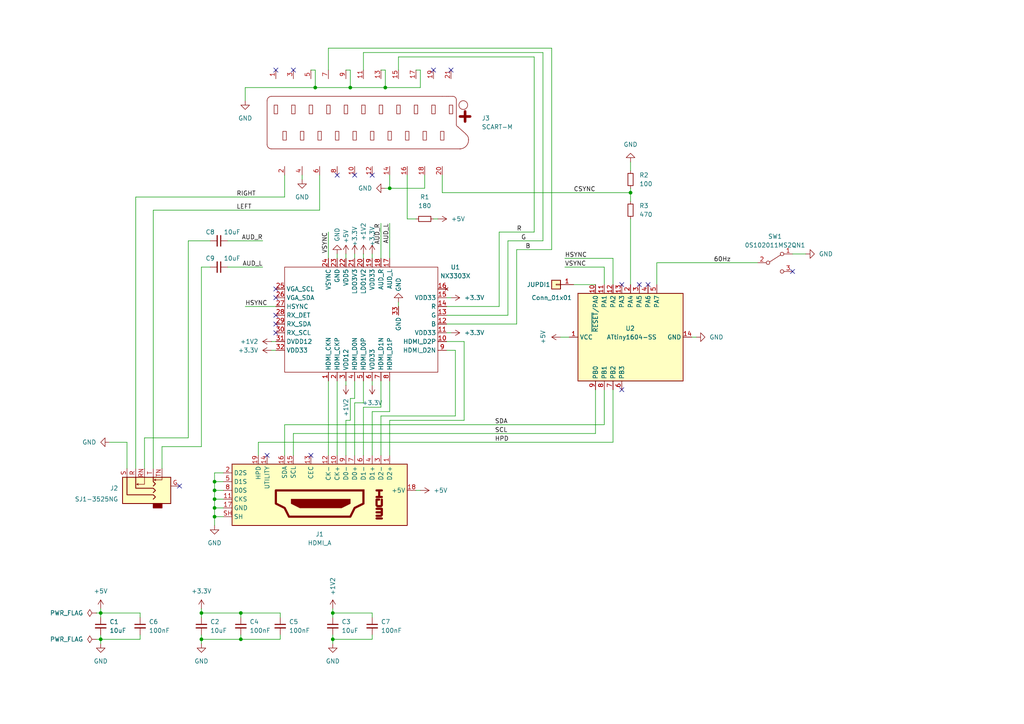
<source format=kicad_sch>
(kicad_sch (version 20231120) (generator "eeschema") (generator_version "8.0")
  (paper "A4")
  (title_block (title "HDMI2SCART") (rev "2"))
  (lib_symbols
    (symbol "Connector:AudioJack3_Ground_SwitchTR"
      (property "Reference" "J" (at 0 8.89 0))
      (property "Value" "AudioJack3_Ground_SwitchTR" (at 0 6.35 0))
      (symbol "AudioJack3_Ground_SwitchTR_0_1"
        (rectangle (start -5.08 -5.08) (end -6.35 -7.62) (stroke (width 0.254)) (fill (type outline)))
        (polyline (pts (xy 0.508 -0.254) (xy 0.762 -0.762)))
        (polyline (pts (xy 1.778 -5.334) (xy 2.032 -5.842)))
        (polyline (pts (xy 0 -5.08) (xy 0.635 -5.715) (xy 1.27 -5.08) (xy 2.54 -5.08)) (stroke (width 0.254)))
        (polyline (pts (xy 2.54 -7.62) (xy 1.778 -7.62) (xy 1.778 -5.334) (xy 1.524 -5.842)))
        (polyline (pts (xy 2.54 -2.54) (xy 0.508 -2.54) (xy 0.508 -0.254) (xy 0.254 -0.762)))
        (polyline (pts (xy -1.905 -5.08) (xy -1.27 -5.715) (xy -0.635 -5.08) (xy -0.635 0) (xy 2.54 0)) (stroke (width 0.254)))
        (polyline (pts (xy 2.54 2.54) (xy -2.54 2.54) (xy -2.54 -5.08) (xy -3.175 -5.715) (xy -3.81 -5.08)) (stroke (width 0.254)))
        (rectangle (start 2.54 3.81) (end -5.08 -10.16) (stroke (width 0.254)) (fill (type background)))
      )
      (symbol "AudioJack3_Ground_SwitchTR_1_1"
        (pin passive line (at 0 -12.7 90) (length 2.54) (name "~") (number "G"))
        (pin passive line (at 5.08 0 180) (length 2.54) (name "~") (number "R"))
        (pin passive line (at 5.08 -2.54 180) (length 2.54) (name "~") (number "RN"))
        (pin passive line (at 5.08 2.54 180) (length 2.54) (name "~") (number "S"))
        (pin passive line (at 5.08 -5.08 180) (length 2.54) (name "~") (number "T"))
        (pin passive line (at 5.08 -7.62 180) (length 2.54) (name "~") (number "TN"))
      )
    )
    (symbol "Connector:HDMI_A"
      (property "Reference" "J" (at -6.35 26.67 0))
      (property "Value" "HDMI_A" (at 10.16 26.67 0))
      (symbol "HDMI_A_0_0"
        (polyline (pts (xy 8.128 16.51) (xy 8.128 18.034)) (stroke (width 0.635)))
        (polyline (pts (xy 0 16.51) (xy 0 18.034) (xy 0 17.272) (xy 1.905 17.272) (xy 1.905 18.034) (xy 1.905 16.51)) (stroke (width 0.635)))
        (polyline (pts (xy 2.667 18.034) (xy 4.318 18.034) (xy 4.572 17.78) (xy 4.572 16.764) (xy 4.318 16.51) (xy 2.667 16.51) (xy 2.667 17.272)) (stroke (width 0.635)))
      )
      (symbol "HDMI_A_0_1"
        (rectangle (start -7.62 25.4) (end 10.16 -25.4) (stroke (width 0.254)) (fill (type background)))
        (polyline (pts (xy 2.54 8.89) (xy 3.81 8.89) (xy 5.08 6.35) (xy 5.08 -5.715) (xy 3.81 -8.255) (xy 2.54 -8.255) (xy 2.54 8.89)) (fill (type outline)))
        (polyline (pts (xy 5.334 16.51) (xy 5.334 18.034) (xy 6.35 18.034) (xy 6.35 16.51) (xy 6.35 18.034) (xy 7.112 18.034) (xy 7.366 17.78) (xy 7.366 16.51)) (stroke (width 0.635)))
        (polyline (pts (xy 0 12.7) (xy 0 -12.7) (xy 3.81 -12.7) (xy 5.08 -10.16) (xy 7.62 -8.89) (xy 7.62 8.89) (xy 5.08 10.16) (xy 3.81 12.7) (xy 0 12.7)) (stroke (width 0.635)))
      )
      (symbol "HDMI_A_1_1"
        (pin passive line (at -10.16 20.32 0) (length 2.54) (name "D2+") (number "1"))
        (pin passive line (at -10.16 5.08 0) (length 2.54) (name "CK+") (number "10"))
        (pin power_in line (at 2.54 -27.94 90) (length 2.54) (name "CKS") (number "11"))
        (pin passive line (at -10.16 2.54 0) (length 2.54) (name "CK-") (number "12"))
        (pin bidirectional line (at -10.16 -2.54 0) (length 2.54) (name "CEC") (number "13"))
        (pin passive line (at -10.16 -15.24 0) (length 2.54) (name "UTILITY") (number "14"))
        (pin passive line (at -10.16 -7.62 0) (length 2.54) (name "SCL") (number "15"))
        (pin bidirectional line (at -10.16 -10.16 0) (length 2.54) (name "SDA") (number "16"))
        (pin power_in line (at 5.08 -27.94 90) (length 2.54) (name "GND") (number "17"))
        (pin power_in line (at 0 27.94 270) (length 2.54) (name "+5V") (number "18"))
        (pin passive line (at -10.16 -17.78 0) (length 2.54) (name "HPD") (number "19"))
        (pin power_in line (at -5.08 -27.94 90) (length 2.54) (name "D2S") (number "2"))
        (pin passive line (at -10.16 17.78 0) (length 2.54) (name "D2-") (number "3"))
        (pin passive line (at -10.16 15.24 0) (length 2.54) (name "D1+") (number "4"))
        (pin power_in line (at -2.54 -27.94 90) (length 2.54) (name "D1S") (number "5"))
        (pin passive line (at -10.16 12.7 0) (length 2.54) (name "D1-") (number "6"))
        (pin passive line (at -10.16 10.16 0) (length 2.54) (name "D0+") (number "7"))
        (pin power_in line (at 0 -27.94 90) (length 2.54) (name "D0S") (number "8"))
        (pin passive line (at -10.16 7.62 0) (length 2.54) (name "D0-") (number "9"))
        (pin passive line (at 7.62 -27.94 90) (length 2.54) (name "SH") (number "SH"))
      )
    )
    (symbol "Connector:SCART-F" (pin_names (offset 0.762) hide)
      (property "Reference" "J" (at 0 31.75 0))
      (property "Value" "SCART-F" (at 1.016 -29.21 0))
      (symbol "SCART-F_0_1"
        (arc (start -7.62 -26.67) (mid -7.248 -27.568) (end -6.35 -27.94))
        (arc (start -6.604 26.9494) (mid -7.3224 26.6518) (end -7.62 25.9334))
        (rectangle (start -5.08 -24.892) (end -2.54 -25.908))
        (rectangle (start -5.08 -19.812) (end -2.54 -20.828))
        (rectangle (start -5.08 -14.732) (end -2.54 -15.748))
        (rectangle (start -5.08 -9.652) (end -2.54 -10.668))
        (rectangle (start -5.08 -4.572) (end -2.54 -5.588))
        (rectangle (start -5.08 0.508) (end -2.54 -0.508))
        (rectangle (start -5.08 5.588) (end -2.54 4.572))
        (rectangle (start -5.08 10.668) (end -2.54 9.652))
        (rectangle (start -5.08 15.748) (end -2.54 14.732))
        (rectangle (start -5.08 20.828) (end -2.54 19.812))
        (rectangle (start -5.08 25.908) (end -2.54 24.892))
        (circle (center -5.08 28.956) (radius 1.27))
        (polyline (pts (xy -7.62 22.86) (xy -7.62 -26.67)))
        (polyline (pts (xy -7.62 22.86) (xy -7.62 24.13)))
        (polyline (pts (xy -7.62 24.6634) (xy -7.62 24.13)))
        (polyline (pts (xy -7.62 24.6634) (xy -7.62 25.9334)))
        (polyline (pts (xy -6.604 26.9494) (xy 0.508 26.9494)))
        (polyline (pts (xy -6.35 -27.94) (xy 6.35 -27.94)))
        (polyline (pts (xy 3.302 29.718) (xy 1.27 27.432)))
        (polyline (pts (xy 4.826 30.48) (xy 5.08 30.48)))
        (polyline (pts (xy 7.62 -26.67) (xy 7.62 28.2194)))
        (arc (start 0.508 26.924) (mid 0.9569 27.0702) (end 1.2192 27.4574))
        (rectangle (start 2.54 -22.352) (end 5.08 -23.368))
        (rectangle (start 2.54 -17.272) (end 5.08 -18.288))
        (rectangle (start 2.54 -12.192) (end 5.08 -13.208))
        (rectangle (start 2.54 -7.112) (end 5.08 -8.128))
        (rectangle (start 2.54 -2.032) (end 5.08 -3.048))
        (rectangle (start 2.54 3.048) (end 5.08 2.032))
        (rectangle (start 2.54 8.128) (end 5.08 7.112))
        (rectangle (start 2.54 13.208) (end 5.08 12.192))
        (rectangle (start 2.54 18.288) (end 5.08 17.272))
        (rectangle (start 2.54 23.368) (end 5.08 22.352))
        (arc (start 4.826 30.48) (mid 3.999 30.2726) (end 3.3782 29.6926))
        (arc (start 6.35 -27.94) (mid 7.248 -27.568) (end 7.62 -26.67))
        (arc (start 7.62 27.94) (mid 6.8761 29.7361) (end 5.08 30.48))
        (text "+" (at -1.778 29.21 0) (effects (font (size 3.81 3.81) (bold yes))))
      )
      (symbol "SCART-F_1_1"
        (pin passive line (at -15.24 -25.4 0) (length 2.54) (name "P1") (number "1"))
        (pin passive line (at 15.24 -2.54 180) (length 2.54) (name "P10") (number "10"))
        (pin passive line (at -15.24 0 0) (length 2.54) (name "P11") (number "11"))
        (pin passive line (at 15.24 2.54 180) (length 2.54) (name "P12") (number "12"))
        (pin passive line (at -15.24 5.08 0) (length 2.54) (name "P13") (number "13"))
        (pin passive line (at 15.24 7.62 180) (length 2.54) (name "P14") (number "14"))
        (pin passive line (at -15.24 10.16 0) (length 2.54) (name "P15") (number "15"))
        (pin passive line (at 15.24 12.7 180) (length 2.54) (name "P16") (number "16"))
        (pin passive line (at -15.24 15.24 0) (length 2.54) (name "P17") (number "17"))
        (pin passive line (at 15.24 17.78 180) (length 2.54) (name "P18") (number "18"))
        (pin passive line (at -15.24 20.32 0) (length 2.54) (name "P19") (number "19"))
        (pin passive line (at 15.24 -22.86 180) (length 2.54) (name "P2") (number "2"))
        (pin passive line (at 15.24 22.86 180) (length 2.54) (name "P20") (number "20"))
        (pin passive line (at -15.24 25.4 0) (length 2.54) (name "P21") (number "21"))
        (pin passive line (at -15.24 -20.32 0) (length 2.54) (name "P3") (number "3"))
        (pin passive line (at 15.24 -17.78 180) (length 2.54) (name "P4") (number "4"))
        (pin passive line (at -15.24 -15.24 0) (length 2.54) (name "P5") (number "5"))
        (pin passive line (at 15.24 -12.7 180) (length 2.54) (name "P6") (number "6"))
        (pin passive line (at -15.24 -10.16 0) (length 2.54) (name "P7") (number "7"))
        (pin passive line (at 15.24 -7.62 180) (length 2.54) (name "P8") (number "8"))
        (pin passive line (at -15.24 -5.08 0) (length 2.54) (name "P9") (number "9"))
      )
    )
    (symbol "Connector_Generic:Conn_01x01" (pin_names (offset 1.016) hide)
      (property "Reference" "J" (at 0 2.54 0))
      (property "Value" "Conn_01x01" (at 0 -2.54 0))
      (symbol "Conn_01x01_1_1"
        (rectangle (start -1.27 0.127) (end 0 -0.127) (stroke (width 0.1524)))
        (rectangle (start -1.27 1.27) (end 1.27 -1.27) (stroke (width 0.254)) (fill (type background)))
        (pin passive line (at -5.08 0 0) (length 3.81) (name "Pin_1") (number "1"))
      )
    )
    (symbol "Device:C_Small" (pin_numbers hide) (pin_names (offset 0.254) hide)
      (property "Reference" "C" (at 0.254 1.778 0))
      (property "Value" "C_Small" (at 0.254 -2.032 0))
      (symbol "C_Small_0_1"
        (polyline (pts (xy -1.524 -0.508) (xy 1.524 -0.508)) (stroke (width 0.3302)))
        (polyline (pts (xy -1.524 0.508) (xy 1.524 0.508)) (stroke (width 0.3048)))
      )
      (symbol "C_Small_1_1"
        (pin passive line (at 0 2.54 270) (length 2.032) (name "~") (number "1"))
        (pin passive line (at 0 -2.54 90) (length 2.032) (name "~") (number "2"))
      )
    )
    (symbol "Device:R_Small" (pin_numbers hide) (pin_names (offset 0.254) hide)
      (property "Reference" "R" (at 0.762 0.508 0))
      (property "Value" "R_Small" (at 0.762 -1.016 0))
      (symbol "R_Small_0_1"
        (rectangle (start -0.762 1.778) (end 0.762 -1.778) (stroke (width 0.2032)))
      )
      (symbol "R_Small_1_1"
        (pin passive line (at 0 2.54 270) (length 0.762) (name "~") (number "1"))
        (pin passive line (at 0 -2.54 90) (length 0.762) (name "~") (number "2"))
      )
    )
    (symbol "Library:NX3303X"
      (property "Reference" "U" (at -3.81 -2.54 0))
      (property "Value" "NX3303X" (at -3.81 0 0))
      (symbol "NX3303X_0_1"
        (rectangle (start -21.59 15.24) (end 22.86 -15.24))
      )
      (symbol "NX3303X_1_1"
        (pin input line (at -8.89 -17.78 90) (length 2.54) (name "HDMI_CKN") (number "1"))
        (pin input line (at 25.4 -6.35 180) (length 2.54) (name "HDMI_D2P") (number "10"))
        (pin power_in line (at 25.4 -3.81 180) (length 2.54) (name "VDD33") (number "11"))
        (pin output line (at 25.4 -1.27 180) (length 2.54) (name "B") (number "12"))
        (pin output line (at 25.4 1.27 180) (length 2.54) (name "G") (number "13"))
        (pin output line (at 25.4 3.81 180) (length 2.54) (name "R") (number "14"))
        (pin power_in line (at 25.4 6.35 180) (length 2.54) (name "VDD33") (number "15"))
        (pin no_connect line (at 25.4 8.89 180) (length 2.54) (name "") (number "16"))
        (pin output line (at 8.89 17.78 270) (length 2.54) (name "AUD_L") (number "17"))
        (pin output line (at 6.35 17.78 270) (length 2.54) (name "AUD_R") (number "18"))
        (pin power_in line (at 3.81 17.78 270) (length 2.54) (name "VDD33") (number "19"))
        (pin input line (at -6.35 -17.78 90) (length 2.54) (name "HDMI_CKP") (number "2"))
        (pin power_out line (at 1.27 17.78 270) (length 2.54) (name "LDO1V2") (number "20"))
        (pin power_out line (at -1.27 17.78 270) (length 2.54) (name "LDO3V3") (number "21"))
        (pin power_in line (at -3.81 17.78 270) (length 2.54) (name "VDD5") (number "22"))
        (pin power_in line (at -6.35 17.78 270) (length 2.54) (name "GND") (number "23"))
        (pin output line (at -8.89 17.78 270) (length 2.54) (name "VSYNC") (number "24"))
        (pin output line (at -24.13 8.89 0) (length 2.54) (name "VGA_SCL") (number "25"))
        (pin output line (at -24.13 6.35 0) (length 2.54) (name "VGA_SDA") (number "26"))
        (pin output line (at -24.13 3.81 0) (length 2.54) (name "HSYNC") (number "27"))
        (pin output line (at -24.13 1.27 0) (length 2.54) (name "RX_DET") (number "28"))
        (pin output line (at -24.13 -1.27 0) (length 2.54) (name "RX_SDA") (number "29"))
        (pin power_in line (at -3.81 -17.78 90) (length 2.54) (name "VDD12") (number "3"))
        (pin output line (at -24.13 -3.81 0) (length 2.54) (name "RX_SCL") (number "30"))
        (pin power_in line (at -24.13 -6.35 0) (length 2.54) (name "DVDD12") (number "31"))
        (pin power_in line (at -24.13 -8.89 0) (length 2.54) (name "VDD33") (number "32"))
        (pin power_in line (at 11.43 3.81 270) (length 2.54) (name "GND") (number "33"))
        (pin input line (at -1.27 -17.78 90) (length 2.54) (name "HDMI_D0N") (number "4"))
        (pin input line (at 1.27 -17.78 90) (length 2.54) (name "HDMI_D0P") (number "5"))
        (pin power_in line (at 3.81 -17.78 90) (length 2.54) (name "VDD33") (number "6"))
        (pin input line (at 6.35 -17.78 90) (length 2.54) (name "HDMI_D1N") (number "7"))
        (pin input line (at 8.89 -17.78 90) (length 2.54) (name "HDMI_D1P") (number "8"))
        (pin input line (at 25.4 -8.89 180) (length 2.54) (name "HDMI_D2N") (number "9"))
      )
    )
    (symbol "MCU_Microchip_ATtiny:ATtiny1604-SS"
      (property "Reference" "U" (at -12.7 16.51 0))
      (property "Value" "ATtiny1604-SS" (at 2.54 -16.51 0))
      (symbol "ATtiny1604-SS_0_1"
        (rectangle (start -12.7 -15.24) (end 12.7 15.24) (stroke (width 0.254)) (fill (type background)))
      )
      (symbol "ATtiny1604-SS_1_1"
        (pin power_in line (at 0 17.78 270) (length 2.54) (name "VCC") (number "1"))
        (pin bidirectional line (at 15.24 10.16 180) (length 2.54) (name "~{RESET}/PA0") (number "10"))
        (pin bidirectional line (at 15.24 7.62 180) (length 2.54) (name "PA1") (number "11"))
        (pin bidirectional line (at 15.24 5.08 180) (length 2.54) (name "PA2") (number "12"))
        (pin bidirectional line (at 15.24 2.54 180) (length 2.54) (name "PA3") (number "13"))
        (pin power_in line (at 0 -17.78 90) (length 2.54) (name "GND") (number "14"))
        (pin bidirectional line (at 15.24 0 180) (length 2.54) (name "PA4") (number "2"))
        (pin bidirectional line (at 15.24 -2.54 180) (length 2.54) (name "PA5") (number "3"))
        (pin bidirectional line (at 15.24 -5.08 180) (length 2.54) (name "PA6") (number "4"))
        (pin bidirectional line (at 15.24 -7.62 180) (length 2.54) (name "PA7") (number "5"))
        (pin bidirectional line (at -15.24 2.54 0) (length 2.54) (name "PB3") (number "6"))
        (pin bidirectional line (at -15.24 5.08 0) (length 2.54) (name "PB2") (number "7"))
        (pin bidirectional line (at -15.24 7.62 0) (length 2.54) (name "PB1") (number "8"))
        (pin bidirectional line (at -15.24 10.16 0) (length 2.54) (name "PB0") (number "9"))
      )
    )
    (symbol "Switch:SW_SPDT" (pin_names (offset 0) hide)
      (property "Reference" "SW" (at 0 4.318 0))
      (property "Value" "SW_SPDT" (at 0 -5.08 0))
      (symbol "SW_SPDT_0_0"
        (circle (center -2.032 0) (radius 0.508))
        (circle (center 2.032 -2.54) (radius 0.508))
      )
      (symbol "SW_SPDT_0_1"
        (polyline (pts (xy -1.524 0.254) (xy 1.651 2.286)))
        (circle (center 2.032 2.54) (radius 0.508))
      )
      (symbol "SW_SPDT_1_1"
        (pin passive line (at 5.08 2.54 180) (length 2.54) (name "A") (number "1"))
        (pin passive line (at -5.08 0 0) (length 2.54) (name "B") (number "2"))
        (pin passive line (at 5.08 -2.54 180) (length 2.54) (name "C") (number "3"))
      )
    )
    (symbol "power:+1V2" (power) (pin_numbers hide) (pin_names (offset 0) hide)
      (property "Value" "+1V2" (at 0 3.556 0))
      (symbol "+1V2_0_1"
        (polyline (pts (xy -0.762 1.27) (xy 0 2.54)))
        (polyline (pts (xy 0 0) (xy 0 2.54)))
        (polyline (pts (xy 0 2.54) (xy 0.762 1.27)))
      )
      (symbol "+1V2_1_1"
        (pin power_in line (at 0 0 90) (length 0) (name "~") (number "1"))
      )
    )
    (symbol "power:+3.3V" (power) (pin_names (offset 0))
      (property "Value" "+3.3V" (at 0 3.556 0))
      (symbol "+3.3V_0_1"
        (polyline (pts (xy -0.762 1.27) (xy 0 2.54)))
        (polyline (pts (xy 0 0) (xy 0 2.54)))
        (polyline (pts (xy 0 2.54) (xy 0.762 1.27)))
      )
      (symbol "+3.3V_1_1"
        (pin power_in line (at 0 0 90) (length 0) hide (name "+3.3V") (number "1"))
      )
    )
    (symbol "power:+5V" (power) (pin_names (offset 0))
      (property "Value" "+5V" (at 0 3.556 0))
      (symbol "+5V_0_1"
        (polyline (pts (xy -0.762 1.27) (xy 0 2.54)))
        (polyline (pts (xy 0 0) (xy 0 2.54)))
        (polyline (pts (xy 0 2.54) (xy 0.762 1.27)))
      )
      (symbol "+5V_1_1"
        (pin power_in line (at 0 0 90) (length 0) hide (name "+5V") (number "1"))
      )
    )
    (symbol "power:GND" (power) (pin_names (offset 0))
      (property "Value" "GND" (at 0 -3.81 0))
      (symbol "GND_0_1"
        (polyline (pts (xy 0 0) (xy 0 -1.27) (xy 1.27 -1.27) (xy 0 -2.54) (xy -1.27 -1.27) (xy 0 -1.27)))
      )
      (symbol "GND_1_1"
        (pin power_in line (at 0 0 270) (length 0) hide (name "GND") (number "1"))
      )
    )
    (symbol "power:PWR_FLAG" (power) (pin_numbers hide) (pin_names (offset 0) hide)
      (property "Value" "PWR_FLAG" (at 0 3.81 0))
      (symbol "PWR_FLAG_0_0"
        (pin power_out line (at 0 0 90) (length 0) (name "pwr") (number "1"))
      )
      (symbol "PWR_FLAG_0_1"
        (polyline (pts (xy 0 0) (xy 0 1.27) (xy -1.016 1.905) (xy 0 2.54) (xy 1.016 1.905) (xy 0 1.27)))
      )
    )
  )
  (junction (at 62.23 147.32))
  (junction (at 29.21 177.8))
  (junction (at 96.52 177.8))
  (junction (at 58.42 185.42))
  (junction (at 62.23 142.24))
  (junction (at 62.23 144.78))
  (junction (at 69.85 185.42))
  (junction (at 91.44 25.4))
  (junction (at 113.03 54.61))
  (junction (at 62.23 149.86))
  (junction (at 182.88 55.88))
  (junction (at 111.76 25.4))
  (junction (at 29.21 185.42))
  (junction (at 69.85 177.8))
  (junction (at 58.42 177.8))
  (junction (at 96.52 185.42))
  (junction (at 62.23 139.7))
  (junction (at 101.6 25.4))
  (no_connect (at 97.79 50.8))
  (no_connect (at 77.47 132.08))
  (no_connect (at 90.17 132.08))
  (no_connect (at 80.01 93.98))
  (no_connect (at 80.01 96.52))
  (no_connect (at 80.01 86.36))
  (no_connect (at 80.01 91.44))
  (no_connect (at 52.07 140.97))
  (no_connect (at 180.34 82.55))
  (no_connect (at 185.42 82.55))
  (no_connect (at 187.96 82.55))
  (no_connect (at 125.73 20.32))
  (no_connect (at 80.01 83.82))
  (no_connect (at 229.87 78.74))
  (no_connect (at 180.34 113.03))
  (no_connect (at 130.81 20.32))
  (no_connect (at 80.01 20.32))
  (no_connect (at 85.09 20.32))
  (no_connect (at 102.87 50.8))
  (no_connect (at 107.95 50.8))
  (wire (pts (xy 101.6 20.32) (xy 101.6 25.4)))
  (wire (pts (xy 129.54 88.9) (xy 144.78 88.9)))
  (wire (pts (xy 175.26 77.47) (xy 175.26 82.55)))
  (wire (pts (xy 190.5 76.2) (xy 219.71 76.2)))
  (wire (pts (xy 128.27 50.8) (xy 128.27 55.88)))
  (wire (pts (xy 40.64 185.42) (xy 40.64 184.15)))
  (wire (pts (xy 129.54 93.98) (xy 149.86 93.98)))
  (wire (pts (xy 107.95 184.15) (xy 107.95 185.42)))
  (wire (pts (xy 102.87 115.57) (xy 102.87 110.49)))
  (wire (pts (xy 31.75 128.27) (xy 36.83 128.27)))
  (wire (pts (xy 74.93 132.08) (xy 74.93 128.27)))
  (wire (pts (xy 110.49 64.77) (xy 110.49 74.93)))
  (wire (pts (xy 177.8 74.93) (xy 177.8 82.55)))
  (wire (pts (xy 62.23 149.86) (xy 62.23 147.32)))
  (wire (pts (xy 46.99 129.54) (xy 58.42 129.54)))
  (wire (pts (xy 96.52 177.8) (xy 96.52 179.07)))
  (wire (pts (xy 85.09 125.73) (xy 172.72 125.73)))
  (wire (pts (xy 129.54 86.36) (xy 130.81 86.36)))
  (wire (pts (xy 92.71 50.8) (xy 92.71 60.96)))
  (wire (pts (xy 134.62 121.92) (xy 134.62 99.06)))
  (wire (pts (xy 129.54 101.6) (xy 132.08 101.6)))
  (wire (pts (xy 69.85 177.8) (xy 69.85 179.07)))
  (wire (pts (xy 200.66 97.79) (xy 201.93 97.79)))
  (wire (pts (xy 123.19 50.8) (xy 123.19 54.61)))
  (wire (pts (xy 113.03 119.38) (xy 113.03 110.49)))
  (wire (pts (xy 147.32 91.44) (xy 147.32 69.85)))
  (wire (pts (xy 96.52 176.53) (xy 96.52 177.8)))
  (wire (pts (xy 163.83 77.47) (xy 175.26 77.47)))
  (wire (pts (xy 66.04 77.47) (xy 76.2 77.47)))
  (wire (pts (xy 90.17 20.32) (xy 91.44 20.32)))
  (wire (pts (xy 58.42 177.8) (xy 69.85 177.8)))
  (wire (pts (xy 111.76 25.4) (xy 101.6 25.4)))
  (wire (pts (xy 62.23 144.78) (xy 64.77 144.78)))
  (wire (pts (xy 82.55 132.08) (xy 82.55 123.19)))
  (wire (pts (xy 58.42 185.42) (xy 58.42 186.69)))
  (wire (pts (xy 82.55 50.8) (xy 82.55 57.15)))
  (wire (pts (xy 118.11 50.8) (xy 118.11 63.5)))
  (wire (pts (xy 29.21 184.15) (xy 29.21 185.42)))
  (wire (pts (xy 58.42 184.15) (xy 58.42 185.42)))
  (wire (pts (xy 62.23 152.4) (xy 62.23 149.86)))
  (wire (pts (xy 82.55 123.19) (xy 175.26 123.19)))
  (wire (pts (xy 100.33 110.49) (xy 100.33 111.76)))
  (wire (pts (xy 149.86 93.98) (xy 149.86 72.39)))
  (wire (pts (xy 100.33 132.08) (xy 100.33 121.92)))
  (wire (pts (xy 166.37 82.55) (xy 172.72 82.55)))
  (wire (pts (xy 177.8 128.27) (xy 177.8 113.03)))
  (wire (pts (xy 62.23 144.78) (xy 62.23 142.24)))
  (wire (pts (xy 182.88 55.88) (xy 182.88 58.42)))
  (wire (pts (xy 129.54 99.06) (xy 134.62 99.06)))
  (wire (pts (xy 129.54 91.44) (xy 147.32 91.44)))
  (wire (pts (xy 62.23 147.32) (xy 64.77 147.32)))
  (wire (pts (xy 62.23 139.7) (xy 62.23 137.16)))
  (wire (pts (xy 107.95 177.8) (xy 107.95 179.07)))
  (wire (pts (xy 144.78 88.9) (xy 144.78 67.31)))
  (wire (pts (xy 101.6 115.57) (xy 102.87 115.57)))
  (wire (pts (xy 78.74 101.6) (xy 80.01 101.6)))
  (wire (pts (xy 115.57 16.51) (xy 115.57 20.32)))
  (wire (pts (xy 113.03 64.77) (xy 113.03 74.93)))
  (wire (pts (xy 62.23 142.24) (xy 62.23 139.7)))
  (wire (pts (xy 120.65 142.24) (xy 121.92 142.24)))
  (wire (pts (xy 100.33 20.32) (xy 101.6 20.32)))
  (wire (pts (xy 110.49 118.11) (xy 110.49 110.49)))
  (wire (pts (xy 113.03 50.8) (xy 113.03 54.61)))
  (wire (pts (xy 62.23 147.32) (xy 62.23 144.78)))
  (wire (pts (xy 44.45 135.89) (xy 44.45 60.96)))
  (wire (pts (xy 54.61 69.85) (xy 54.61 127)))
  (wire (pts (xy 87.63 50.8) (xy 87.63 52.07)))
  (wire (pts (xy 118.11 63.5) (xy 120.65 63.5)))
  (wire (pts (xy 58.42 77.47) (xy 60.96 77.47)))
  (wire (pts (xy 121.92 25.4) (xy 111.76 25.4)))
  (wire (pts (xy 74.93 128.27) (xy 177.8 128.27)))
  (wire (pts (xy 29.21 176.53) (xy 29.21 177.8)))
  (wire (pts (xy 172.72 125.73) (xy 172.72 113.03)))
  (wire (pts (xy 105.41 116.84) (xy 105.41 110.49)))
  (wire (pts (xy 229.87 73.66) (xy 233.68 73.66)))
  (wire (pts (xy 100.33 121.92) (xy 101.6 121.92)))
  (wire (pts (xy 62.23 149.86) (xy 64.77 149.86)))
  (wire (pts (xy 95.25 67.31) (xy 95.25 74.93)))
  (wire (pts (xy 182.88 54.61) (xy 182.88 55.88)))
  (wire (pts (xy 115.57 87.63) (xy 115.57 88.9)))
  (wire (pts (xy 100.33 73.66) (xy 100.33 74.93)))
  (wire (pts (xy 154.94 67.31) (xy 154.94 16.51)))
  (wire (pts (xy 160.02 13.97) (xy 160.02 72.39)))
  (wire (pts (xy 105.41 15.24) (xy 157.48 15.24)))
  (wire (pts (xy 105.41 20.32) (xy 105.41 15.24)))
  (wire (pts (xy 144.78 67.31) (xy 154.94 67.31)))
  (wire (pts (xy 69.85 177.8) (xy 81.28 177.8)))
  (wire (pts (xy 105.41 118.11) (xy 110.49 118.11)))
  (wire (pts (xy 54.61 69.85) (xy 60.96 69.85)))
  (wire (pts (xy 62.23 137.16) (xy 64.77 137.16)))
  (wire (pts (xy 110.49 20.32) (xy 111.76 20.32)))
  (wire (pts (xy 27.94 177.8) (xy 29.21 177.8)))
  (wire (pts (xy 105.41 73.66) (xy 105.41 74.93)))
  (wire (pts (xy 95.25 13.97) (xy 160.02 13.97)))
  (wire (pts (xy 125.73 63.5) (xy 127 63.5)))
  (wire (pts (xy 41.91 127) (xy 41.91 135.89)))
  (wire (pts (xy 107.95 132.08) (xy 107.95 119.38)))
  (wire (pts (xy 58.42 177.8) (xy 58.42 179.07)))
  (wire (pts (xy 107.95 185.42) (xy 96.52 185.42)))
  (wire (pts (xy 120.65 20.32) (xy 121.92 20.32)))
  (wire (pts (xy 29.21 185.42) (xy 40.64 185.42)))
  (wire (pts (xy 121.92 20.32) (xy 121.92 25.4)))
  (wire (pts (xy 101.6 25.4) (xy 91.44 25.4)))
  (wire (pts (xy 110.49 120.65) (xy 132.08 120.65)))
  (wire (pts (xy 175.26 123.19) (xy 175.26 113.03)))
  (wire (pts (xy 102.87 73.66) (xy 102.87 74.93)))
  (wire (pts (xy 66.04 69.85) (xy 76.2 69.85)))
  (wire (pts (xy 39.37 135.89) (xy 39.37 57.15)))
  (wire (pts (xy 29.21 177.8) (xy 29.21 179.07)))
  (wire (pts (xy 128.27 55.88) (xy 182.88 55.88)))
  (wire (pts (xy 69.85 184.15) (xy 69.85 185.42)))
  (wire (pts (xy 160.02 72.39) (xy 149.86 72.39)))
  (wire (pts (xy 69.85 185.42) (xy 81.28 185.42)))
  (wire (pts (xy 129.54 96.52) (xy 130.81 96.52)))
  (wire (pts (xy 62.23 139.7) (xy 64.77 139.7)))
  (wire (pts (xy 107.95 110.49) (xy 107.95 111.76)))
  (wire (pts (xy 71.12 88.9) (xy 80.01 88.9)))
  (wire (pts (xy 62.23 142.24) (xy 64.77 142.24)))
  (wire (pts (xy 91.44 25.4) (xy 71.12 25.4)))
  (wire (pts (xy 113.03 54.61) (xy 123.19 54.61)))
  (wire (pts (xy 154.94 16.51) (xy 115.57 16.51)))
  (wire (pts (xy 96.52 184.15) (xy 96.52 185.42)))
  (wire (pts (xy 91.44 20.32) (xy 91.44 25.4)))
  (wire (pts (xy 113.03 121.92) (xy 134.62 121.92)))
  (wire (pts (xy 97.79 73.66) (xy 97.79 74.93)))
  (wire (pts (xy 110.49 132.08) (xy 110.49 120.65)))
  (wire (pts (xy 85.09 132.08) (xy 85.09 125.73)))
  (wire (pts (xy 102.87 132.08) (xy 102.87 116.84)))
  (wire (pts (xy 111.76 54.61) (xy 113.03 54.61)))
  (wire (pts (xy 132.08 120.65) (xy 132.08 101.6)))
  (wire (pts (xy 36.83 135.89) (xy 36.83 128.27)))
  (wire (pts (xy 27.94 185.42) (xy 29.21 185.42)))
  (wire (pts (xy 105.41 132.08) (xy 105.41 118.11)))
  (wire (pts (xy 157.48 15.24) (xy 157.48 69.85)))
  (wire (pts (xy 111.76 20.32) (xy 111.76 25.4)))
  (wire (pts (xy 102.87 116.84) (xy 105.41 116.84)))
  (wire (pts (xy 29.21 177.8) (xy 40.64 177.8)))
  (wire (pts (xy 96.52 177.8) (xy 107.95 177.8)))
  (wire (pts (xy 58.42 129.54) (xy 58.42 77.47)))
  (wire (pts (xy 78.74 99.06) (xy 80.01 99.06)))
  (wire (pts (xy 101.6 121.92) (xy 101.6 115.57)))
  (wire (pts (xy 182.88 46.99) (xy 182.88 49.53)))
  (wire (pts (xy 95.25 110.49) (xy 95.25 132.08)))
  (wire (pts (xy 69.85 185.42) (xy 58.42 185.42)))
  (wire (pts (xy 113.03 132.08) (xy 113.03 121.92)))
  (wire (pts (xy 162.56 97.79) (xy 165.1 97.79)))
  (wire (pts (xy 81.28 184.15) (xy 81.28 185.42)))
  (wire (pts (xy 81.28 177.8) (xy 81.28 179.07)))
  (wire (pts (xy 163.83 74.93) (xy 177.8 74.93)))
  (wire (pts (xy 157.48 69.85) (xy 147.32 69.85)))
  (wire (pts (xy 71.12 25.4) (xy 71.12 29.21)))
  (wire (pts (xy 96.52 185.42) (xy 96.52 186.69)))
  (wire (pts (xy 107.95 73.66) (xy 107.95 74.93)))
  (wire (pts (xy 54.61 127) (xy 41.91 127)))
  (wire (pts (xy 44.45 60.96) (xy 92.71 60.96)))
  (wire (pts (xy 95.25 20.32) (xy 95.25 13.97)))
  (wire (pts (xy 46.99 135.89) (xy 46.99 129.54)))
  (wire (pts (xy 182.88 63.5) (xy 182.88 82.55)))
  (wire (pts (xy 190.5 82.55) (xy 190.5 76.2)))
  (wire (pts (xy 29.21 185.42) (xy 29.21 186.69)))
  (wire (pts (xy 39.37 57.15) (xy 82.55 57.15)))
  (wire (pts (xy 58.42 176.53) (xy 58.42 177.8)))
  (wire (pts (xy 107.95 119.38) (xy 113.03 119.38)))
  (wire (pts (xy 97.79 110.49) (xy 97.79 132.08)))
  (wire (pts (xy 40.64 177.8) (xy 40.64 179.07)))
  (label "60Hz" (at 207.01 76.2 0))
  (label "HSYNC" (at 163.83 74.93 0))
  (label "SCL" (at 143.51 125.73 0))
  (label "HSYNC" (at 71.12 88.9 0))
  (label "G" (at 151.13 69.85 0))
  (label "VSYNC" (at 163.83 77.47 0))
  (label "R" (at 149.86 67.31 0))
  (label "AUD_R" (at 110.49 64.77 270))
  (label "RIGHT" (at 68.58 57.15 0))
  (label "CSYNC" (at 166.37 55.88 0))
  (label "AUD_L" (at 76.2 77.47 180))
  (label "B" (at 152.4 72.39 0))
  (label "HPD" (at 143.51 128.27 0))
  (label "AUD_R" (at 76.2 69.85 180))
  (label "SDA" (at 143.51 123.19 0))
  (label "VSYNC" (at 95.25 67.31 270))
  (label "AUD_L" (at 113.03 64.77 270))
  (label "LEFT" (at 68.58 60.96 0))
  (symbol (lib_id "power:GND") (at 233.68 73.66 90) (unit 1)
    (property "Reference" "#PWR0118" (effects (hide yes)))
    (property "Value" "GND" (at 237.49 73.6599 90) (effects (justify right)))
  )
  (symbol (lib_id "power:GND") (at 97.79 73.66 180) (unit 1)
    (property "Reference" "#PWR0109" (effects (hide yes)))
    (property "Value" "GND" (at 97.79 70.104 90) (effects (justify right)))
  )
  (symbol (lib_id "MCU_Microchip_ATtiny:ATtiny1604-SS") (at 182.88 97.79 90) (unit 1)
    (property "Reference" "U2" (at 184.15 95.25 90) (effects (justify left)))
    (property "Value" "ATtiny1604-SS" (at 190.5 97.79 90) (effects (justify left)))
    (property "Footprint" "Package_SO:SOIC-14_3.9x8.7mm_P1.27mm" (effects (hide yes)))
    (property "Datasheet" "http://ww1.microchip.com/downloads/en/DeviceDoc/ATtiny804_1604-Data-Sheet-40002028A.pdf" (effects (hide yes)))
  )
  (symbol (lib_id "Device:C_Small") (at 69.85 181.61 0) (unit 1)
    (property "Reference" "C4" (at 72.39 180.3462 0) (effects (justify left)))
    (property "Value" "100nF" (at 72.39 182.8862 0) (effects (justify left)))
    (property "Footprint" "Capacitor_SMD:C_0603_1608Metric" (effects (hide yes)))
  )
  (symbol (lib_id "power:GND") (at 62.23 152.4 0) (unit 1)
    (property "Reference" "#PWR0102" (effects (hide yes)))
    (property "Value" "GND" (at 62.23 157.48 0))
  )
  (symbol (lib_id "power:+3.3V") (at 102.87 73.66 0) (unit 1)
    (property "Reference" "#PWR0107" (effects (hide yes)))
    (property "Value" "+3.3V" (at 102.87 68.58 90))
  )
  (symbol (lib_id "power:GND") (at 31.75 128.27 270) (unit 1)
    (property "Reference" "#PWR0104" (effects (hide yes)))
    (property "Value" "GND" (at 27.94 128.2699 90) (effects (justify right)))
  )
  (symbol (lib_id "power:+1V2") (at 100.33 111.76 180) (unit 1)
    (property "Reference" "#PWR04" (effects (hide yes)))
    (property "Value" "+1V2" (at 100.3299 115.57 90) (effects (justify left)))
    (property "Description" "Power symbol creates a global label with name \"+1V2\"" (effects (hide yes)))
  )
  (symbol (lib_id "power:PWR_FLAG") (at 27.94 177.8 90) (unit 1)
    (property "Reference" "#FLG0101" (effects (hide yes)))
    (property "Value" "PWR_FLAG" (at 24.13 177.7999 90) (effects (justify left)))
  )
  (symbol (lib_id "power:GND") (at 58.42 186.69 0) (unit 1)
    (property "Reference" "#PWR0122" (effects (hide yes)))
    (property "Value" "GND" (at 58.42 191.77 0))
  )
  (symbol (lib_id "power:GND") (at 111.76 54.61 270) (unit 1)
    (property "Reference" "#PWR0103" (effects (hide yes)))
    (property "Value" "GND" (at 107.95 54.6099 90) (effects (justify right)))
  )
  (symbol (lib_id "power:+3.3V") (at 130.81 96.52 270) (unit 1)
    (property "Reference" "#PWR02" (effects (hide yes)))
    (property "Value" "+3.3V" (at 134.62 96.5199 90) (effects (justify left)))
  )
  (symbol (lib_id "power:+3.3V") (at 130.81 86.36 270) (unit 1)
    (property "Reference" "#PWR0115" (effects (hide yes)))
    (property "Value" "+3.3V" (at 134.62 86.3599 90) (effects (justify left)))
  )
  (symbol (lib_id "power:GND") (at 182.88 46.99 180) (unit 1)
    (property "Reference" "#PWR0119" (effects (hide yes)))
    (property "Value" "GND" (at 182.88 41.91 0))
  )
  (symbol (lib_id "Connector:AudioJack3_Ground_SwitchTR") (at 39.37 140.97 90) (unit 1)
    (property "Reference" "J2" (at 34.29 141.6049 90) (effects (justify left)))
    (property "Value" "SJ1-3525NG" (at 34.29 144.78 90) (effects (justify left)))
    (property "Footprint" "footprints:audio_jack" (effects (hide yes)))
  )
  (symbol (lib_id "power:GND") (at 96.52 186.69 0) (unit 1)
    (property "Reference" "#PWR09" (effects (hide yes)))
    (property "Value" "GND" (at 96.52 191.77 0))
  )
  (symbol (lib_id "power:GND") (at 71.12 29.21 0) (unit 1)
    (property "Reference" "#PWR0106" (effects (hide yes)))
    (property "Value" "GND" (at 71.12 34.29 0))
  )
  (symbol (lib_id "power:GND") (at 29.21 186.69 0) (unit 1)
    (property "Reference" "#PWR0124" (effects (hide yes)))
    (property "Value" "GND" (at 29.21 191.77 0))
  )
  (symbol (lib_id "Switch:SW_SPDT") (at 224.79 76.2 0) (unit 1)
    (property "Reference" "SW1" (at 224.79 68.58 0))
    (property "Value" "0S102011MS2QN1" (at 224.79 71.12 0))
    (property "Footprint" "Button_Switch_THT:SW_Slide_1P2T_CK_OS102011MS2Q" (effects (hide yes)))
  )
  (symbol (lib_id "Device:C_Small") (at 58.42 181.61 0) (unit 1)
    (property "Reference" "C2" (at 60.96 180.3462 0) (effects (justify left)))
    (property "Value" "10uF" (at 60.96 182.8862 0) (effects (justify left)))
    (property "Footprint" "Capacitor_SMD:C_0805_2012Metric" (effects (hide yes)))
  )
  (symbol (lib_id "power:+1V2") (at 78.74 99.06 90) (unit 1)
    (property "Reference" "#PWR01" (effects (hide yes)))
    (property "Value" "+1V2" (at 74.93 99.0599 90) (effects (justify left)))
    (property "Description" "Power symbol creates a global label with name \"+1V2\"" (effects (hide yes)))
  )
  (symbol (lib_id "Device:C_Small") (at 63.5 77.47 270) (unit 1)
    (property "Reference" "C9" (at 60.96 74.93 90))
    (property "Value" "10uF" (at 67.31 74.93 90))
    (property "Footprint" "Capacitor_SMD:C_0805_2012Metric" (effects (hide yes)))
  )
  (symbol (lib_id "power:+1V2") (at 105.41 73.66 0) (unit 1)
    (property "Reference" "#PWR05" (effects (hide yes)))
    (property "Value" "+1V2" (at 105.4101 69.85 90) (effects (justify left)))
    (property "Description" "Power symbol creates a global label with name \"+1V2\"" (effects (hide yes)))
  )
  (symbol (lib_id "power:+1V2") (at 96.52 176.53 0) (unit 1)
    (property "Reference" "#PWR010" (effects (hide yes)))
    (property "Value" "+1V2" (at 96.5201 172.72 90) (effects (justify left)))
    (property "Description" "Power symbol creates a global label with name \"+1V2\"" (effects (hide yes)))
  )
  (symbol (lib_id "Device:C_Small") (at 40.64 181.61 0) (unit 1)
    (property "Reference" "C6" (at 43.18 180.3462 0) (effects (justify left)))
    (property "Value" "100nF" (at 43.18 182.8862 0) (effects (justify left)))
    (property "Footprint" "Capacitor_SMD:C_0603_1608Metric" (effects (hide yes)))
  )
  (symbol (lib_id "power:+5V") (at 127 63.5 270) (unit 1)
    (property "Reference" "#PWR0110" (effects (hide yes)))
    (property "Value" "+5V" (at 130.81 63.4999 90) (effects (justify left)))
  )
  (symbol (lib_id "power:GND") (at 201.93 97.79 90) (unit 1)
    (property "Reference" "#PWR0120" (effects (hide yes)))
    (property "Value" "GND" (at 205.74 97.7899 90) (effects (justify right)))
  )
  (symbol (lib_id "power:+5V") (at 121.92 142.24 270) (unit 1)
    (property "Reference" "#PWR0101" (effects (hide yes)))
    (property "Value" "+5V" (at 125.73 142.2399 90) (effects (justify left)))
  )
  (symbol (lib_id "power:+3.3V") (at 58.42 176.53 0) (unit 1)
    (property "Reference" "#PWR0121" (effects (hide yes)))
    (property "Value" "+3.3V" (at 58.42 171.45 0))
  )
  (symbol (lib_id "power:PWR_FLAG") (at 27.94 185.42 90) (unit 1)
    (property "Reference" "#FLG0102" (effects (hide yes)))
    (property "Value" "PWR_FLAG" (at 24.13 185.4199 90) (effects (justify left)))
  )
  (symbol (lib_id "power:+5V") (at 100.33 73.66 0) (unit 1)
    (property "Reference" "#PWR07" (effects (hide yes)))
    (property "Value" "+5V" (at 100.33 68.58 90))
  )
  (symbol (lib_id "power:+5V") (at 162.56 97.79 90) (unit 1)
    (property "Reference" "#PWR0116" (effects (hide yes)))
    (property "Value" "+5V" (at 157.48 97.79 0))
  )
  (symbol (lib_id "Device:C_Small") (at 29.21 181.61 0) (unit 1)
    (property "Reference" "C1" (at 31.75 180.3462 0) (effects (justify left)))
    (property "Value" "10uF" (at 31.75 182.8862 0) (effects (justify left)))
    (property "Footprint" "Capacitor_SMD:C_0805_2012Metric" (effects (hide yes)))
  )
  (symbol (lib_id "power:+3.3V") (at 107.95 73.66 0) (unit 1)
    (property "Reference" "#PWR06" (effects (hide yes)))
    (property "Value" "+3.3V" (at 107.95 68.58 90))
  )
  (symbol (lib_id "Connector:HDMI_A") (at 92.71 142.24 270) (unit 1)
    (property "Reference" "J1" (at 92.71 154.94 90))
    (property "Value" "HDMI_A" (at 92.71 157.48 90))
    (property "Footprint" "footprints:FCI_10029449-11-5B13-5DRLF" (effects (hide yes)))
    (property "Datasheet" "https://en.wikipedia.org/wiki/HDMI" (effects (hide yes)))
  )
  (symbol (lib_id "Device:C_Small") (at 107.95 181.61 0) (unit 1)
    (property "Reference" "C7" (at 110.49 180.3462 0) (effects (justify left)))
    (property "Value" "100nF" (at 110.49 182.8862 0) (effects (justify left)))
    (property "Footprint" "Capacitor_SMD:C_0603_1608Metric" (effects (hide yes)))
  )
  (symbol (lib_id "power:GND") (at 87.63 52.07 0) (unit 1)
    (property "Reference" "#PWR0111" (effects (hide yes)))
    (property "Value" "GND" (at 87.63 57.15 0))
  )
  (symbol (lib_id "Device:C_Small") (at 63.5 69.85 270) (unit 1)
    (property "Reference" "C8" (at 60.96 67.31 90))
    (property "Value" "10uF" (at 67.31 67.31 90))
    (property "Footprint" "Capacitor_SMD:C_0805_2012Metric" (effects (hide yes)))
  )
  (symbol (lib_id "Device:R_Small") (at 123.19 63.5 90) (unit 1)
    (property "Reference" "R1" (at 123.19 57.15 90))
    (property "Value" "180" (at 123.19 59.69 90))
    (property "Footprint" "Resistor_SMD:R_0805_2012Metric" (effects (hide yes)))
  )
  (symbol (lib_id "Device:C_Small") (at 96.52 181.61 0) (unit 1)
    (property "Reference" "C3" (at 99.06 180.3462 0) (effects (justify left)))
    (property "Value" "10uF" (at 99.06 182.8862 0) (effects (justify left)))
    (property "Footprint" "Capacitor_SMD:C_0805_2012Metric" (effects (hide yes)))
  )
  (symbol (lib_id "Connector_Generic:Conn_01x01") (at 161.29 82.55 180) (unit 1)
    (property "Reference" "JUPDI1" (at 156.21 82.55 0))
    (property "Value" "Conn_01x01" (at 160.02 86.36 0))
    (property "Footprint" "Connector_PinHeader_2.54mm:PinHeader_1x01_P2.54mm_Vertical" (effects (hide yes)))
  )
  (symbol (lib_id "Library:NX3303X") (at 104.14 92.71 0) (unit 1)
    (property "Reference" "U1" (at 132.08 77.5014 0))
    (property "Value" "NX3303X" (at 132.08 80.0414 0))
    (property "Footprint" "Package_DFN_QFN:QFN-32-1EP_5x5mm_P0.5mm_EP3.65x3.65mm_ThermalVias" (effects (hide yes)))
  )
  (symbol (lib_id "power:+3.3V") (at 107.95 111.76 180) (unit 1)
    (property "Reference" "#PWR03" (effects (hide yes)))
    (property "Value" "+3.3V" (at 107.95 116.84 0))
  )
  (symbol (lib_id "power:GND") (at 115.57 87.63 180) (unit 1)
    (property "Reference" "#PWR0125" (effects (hide yes)))
    (property "Value" "GND" (at 115.57 82.55 90))
  )
  (symbol (lib_id "power:+5V") (at 29.21 176.53 0) (unit 1)
    (property "Reference" "#PWR0123" (effects (hide yes)))
    (property "Value" "+5V" (at 29.21 171.45 0))
  )
  (symbol (lib_id "power:+3.3V") (at 78.74 101.6 90) (unit 1)
    (property "Reference" "#PWR0105" (effects (hide yes)))
    (property "Value" "+3.3V" (at 74.93 101.5999 90) (effects (justify left)))
  )
  (symbol (lib_id "Device:C_Small") (at 81.28 181.61 0) (unit 1)
    (property "Reference" "C5" (at 83.82 180.3462 0) (effects (justify left)))
    (property "Value" "100nF" (at 83.82 182.8862 0) (effects (justify left)))
    (property "Footprint" "Capacitor_SMD:C_0603_1608Metric" (effects (hide yes)))
  )
  (symbol (lib_id "Connector:SCART-F") (at 105.41 35.56 270) (unit 1)
    (property "Reference" "J3" (at 139.7 34.2899 90) (effects (justify left)))
    (property "Value" "SCART-M" (at 139.7 36.8299 90) (effects (justify left)))
    (property "Footprint" "footprints:SCART_Edge_mount" (effects (hide yes)))
    (property "Datasheet" " ~" (effects (hide yes)))
  )
  (symbol (lib_id "Device:R_Small") (at 182.88 52.07 180) (unit 1)
    (property "Reference" "R2" (at 185.42 50.7999 0) (effects (justify right)))
    (property "Value" "100" (at 185.42 53.3399 0) (effects (justify right)))
    (property "Footprint" "Resistor_SMD:R_0805_2012Metric" (effects (hide yes)))
  )
  (symbol (lib_id "Device:R_Small") (at 182.88 60.96 180) (unit 1)
    (property "Reference" "R3" (at 185.42 59.6899 0) (effects (justify right)))
    (property "Value" "470" (at 185.42 62.2299 0) (effects (justify right)))
    (property "Footprint" "Resistor_SMD:R_0805_2012Metric" (effects (hide yes)))
  )
)
</source>
